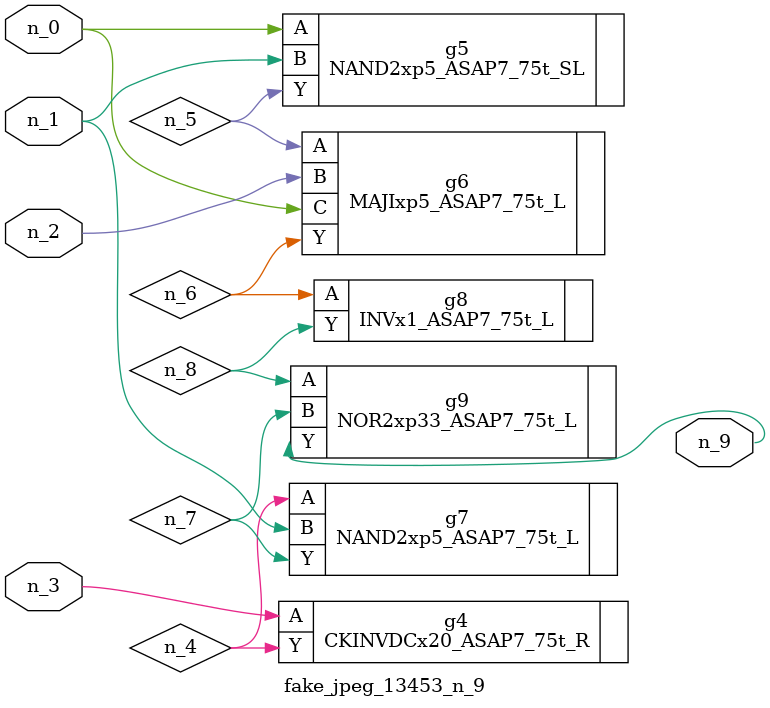
<source format=v>
module fake_jpeg_13453_n_9 (n_0, n_3, n_2, n_1, n_9);

input n_0;
input n_3;
input n_2;
input n_1;

output n_9;

wire n_4;
wire n_8;
wire n_6;
wire n_5;
wire n_7;

CKINVDCx20_ASAP7_75t_R g4 ( 
.A(n_3),
.Y(n_4)
);

NAND2xp5_ASAP7_75t_SL g5 ( 
.A(n_0),
.B(n_1),
.Y(n_5)
);

MAJIxp5_ASAP7_75t_L g6 ( 
.A(n_5),
.B(n_2),
.C(n_0),
.Y(n_6)
);

INVx1_ASAP7_75t_L g8 ( 
.A(n_6),
.Y(n_8)
);

NAND2xp5_ASAP7_75t_L g7 ( 
.A(n_4),
.B(n_1),
.Y(n_7)
);

NOR2xp33_ASAP7_75t_L g9 ( 
.A(n_8),
.B(n_7),
.Y(n_9)
);


endmodule
</source>
